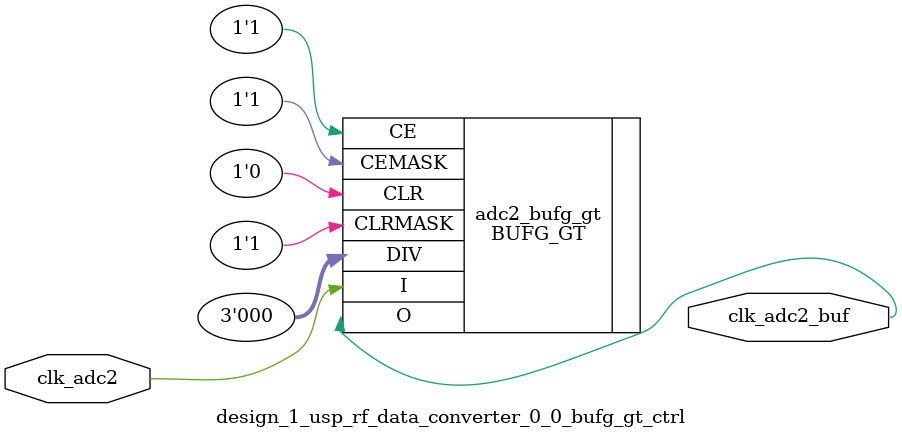
<source format=v>


`timescale 1ns / 1ps

(* DowngradeIPIdentifiedWarnings="yes" *)
module design_1_usp_rf_data_converter_0_0_bufg_gt_ctrl (
  // ADC Fabric Feedback Clock for Tile 2
  input    clk_adc2,
  
  output   clk_adc2_buf
    
);

 
  BUFG_GT adc2_bufg_gt
  (
    .I       (clk_adc2),
    .CE      (1'b1),
    .CEMASK  (1'b1),
    .CLR     (1'b0),
    .CLRMASK (1'b1),
    .DIV     (3'b000),
    .O       (clk_adc2_buf)
  );  

endmodule

</source>
